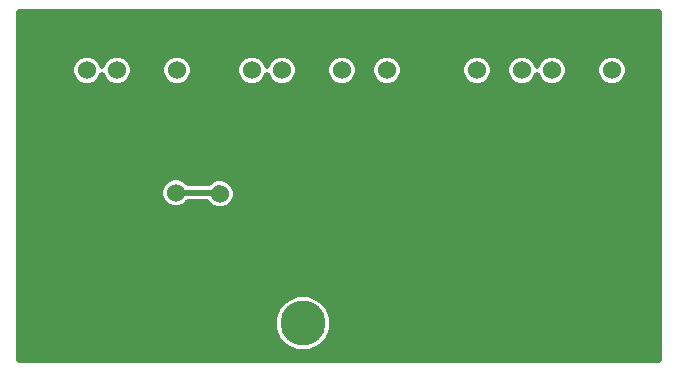
<source format=gbr>
G04 #@! TF.GenerationSoftware,KiCad,Pcbnew,(5.0.0-rc2-dev-586-g888c43477)*
G04 #@! TF.CreationDate,2018-06-04T00:56:57-03:00*
G04 #@! TF.ProjectId,Signal,5369676E616C2E6B696361645F706362,rev?*
G04 #@! TF.SameCoordinates,Original*
G04 #@! TF.FileFunction,Copper,L1,Top,Signal*
G04 #@! TF.FilePolarity,Positive*
%FSLAX46Y46*%
G04 Gerber Fmt 4.6, Leading zero omitted, Abs format (unit mm)*
G04 Created by KiCad (PCBNEW (5.0.0-rc2-dev-586-g888c43477)) date 06/04/18 00:56:57*
%MOMM*%
%LPD*%
G01*
G04 APERTURE LIST*
%ADD10C,3.800000*%
%ADD11C,1.524000*%
%ADD12C,0.508000*%
G04 APERTURE END LIST*
D10*
X48006000Y-40482000D03*
D11*
X71628000Y-19050000D03*
X69088000Y-19050000D03*
X66548000Y-19050000D03*
X62738000Y-19050000D03*
X60198000Y-19050000D03*
X57658000Y-19050000D03*
X55118000Y-19050000D03*
X51308000Y-19050000D03*
X48768000Y-19050000D03*
X46228000Y-19050000D03*
X43688000Y-19050000D03*
X41148000Y-19050000D03*
X37338000Y-19050000D03*
X34798000Y-19050000D03*
X32258000Y-19050000D03*
X29718000Y-19050000D03*
X74168000Y-19050000D03*
X69088026Y-42672000D03*
X69088000Y-39116000D03*
X60070810Y-30750000D03*
X37250000Y-31500002D03*
X41000000Y-31500000D03*
X60000000Y-35250000D03*
X37250000Y-29421187D03*
X41000000Y-29500000D03*
X73660000Y-25400000D03*
X73660000Y-22621200D03*
D12*
X69088026Y-42672000D02*
X69088026Y-39116026D01*
X69088026Y-39116026D02*
X69088000Y-39116000D01*
X59944000Y-30876810D02*
X60070810Y-30750000D01*
X37254002Y-31496000D02*
X37250000Y-31500002D01*
X37250000Y-31500002D02*
X40999998Y-31500002D01*
X40999998Y-31500002D02*
X41000000Y-31500000D01*
X60070810Y-35179190D02*
X60000000Y-35250000D01*
X60070810Y-30750000D02*
X60070810Y-35179190D01*
X37292813Y-29464000D02*
X37250000Y-29421187D01*
X37250000Y-29421187D02*
X40399613Y-29421187D01*
X40399613Y-29421187D02*
X40820800Y-29000000D01*
X37632640Y-19344640D02*
X37338000Y-19050000D01*
X73660000Y-25400000D02*
X73660000Y-22621200D01*
G36*
X78131200Y-43587200D02*
X23976800Y-43587200D01*
X23976800Y-39992914D01*
X45547200Y-39992914D01*
X45547200Y-40971086D01*
X45921530Y-41874798D01*
X46613202Y-42566470D01*
X47516914Y-42940800D01*
X48495086Y-42940800D01*
X49398798Y-42566470D01*
X50090470Y-41874798D01*
X50464800Y-40971086D01*
X50464800Y-39992914D01*
X50090470Y-39089202D01*
X49398798Y-38397530D01*
X48495086Y-38023200D01*
X47516914Y-38023200D01*
X46613202Y-38397530D01*
X45921530Y-39089202D01*
X45547200Y-39992914D01*
X23976800Y-39992914D01*
X23976800Y-29158464D01*
X35929200Y-29158464D01*
X35929200Y-29683910D01*
X36130280Y-30169360D01*
X36501827Y-30540907D01*
X36987277Y-30741987D01*
X37512723Y-30741987D01*
X37998173Y-30540907D01*
X38305093Y-30233987D01*
X39874404Y-30233987D01*
X39880280Y-30248173D01*
X40251827Y-30619720D01*
X40737277Y-30820800D01*
X41262723Y-30820800D01*
X41748173Y-30619720D01*
X42119720Y-30248173D01*
X42320800Y-29762723D01*
X42320800Y-29237277D01*
X42119720Y-28751827D01*
X41748173Y-28380280D01*
X41262723Y-28179200D01*
X40860630Y-28179200D01*
X40820799Y-28171277D01*
X40780968Y-28179200D01*
X40737277Y-28179200D01*
X40696912Y-28195920D01*
X40503661Y-28234360D01*
X40339834Y-28343826D01*
X40251827Y-28380280D01*
X40023720Y-28608387D01*
X38305093Y-28608387D01*
X37998173Y-28301467D01*
X37512723Y-28100387D01*
X36987277Y-28100387D01*
X36501827Y-28301467D01*
X36130280Y-28673014D01*
X35929200Y-29158464D01*
X23976800Y-29158464D01*
X23976800Y-18787277D01*
X28397200Y-18787277D01*
X28397200Y-19312723D01*
X28598280Y-19798173D01*
X28969827Y-20169720D01*
X29455277Y-20370800D01*
X29980723Y-20370800D01*
X30466173Y-20169720D01*
X30837720Y-19798173D01*
X30988000Y-19435365D01*
X31138280Y-19798173D01*
X31509827Y-20169720D01*
X31995277Y-20370800D01*
X32520723Y-20370800D01*
X33006173Y-20169720D01*
X33377720Y-19798173D01*
X33578800Y-19312723D01*
X33578800Y-18787277D01*
X36017200Y-18787277D01*
X36017200Y-19312723D01*
X36218280Y-19798173D01*
X36589827Y-20169720D01*
X37075277Y-20370800D01*
X37600723Y-20370800D01*
X38086173Y-20169720D01*
X38457720Y-19798173D01*
X38658800Y-19312723D01*
X38658800Y-18787277D01*
X42367200Y-18787277D01*
X42367200Y-19312723D01*
X42568280Y-19798173D01*
X42939827Y-20169720D01*
X43425277Y-20370800D01*
X43950723Y-20370800D01*
X44436173Y-20169720D01*
X44807720Y-19798173D01*
X44958000Y-19435365D01*
X45108280Y-19798173D01*
X45479827Y-20169720D01*
X45965277Y-20370800D01*
X46490723Y-20370800D01*
X46976173Y-20169720D01*
X47347720Y-19798173D01*
X47548800Y-19312723D01*
X47548800Y-18787277D01*
X49987200Y-18787277D01*
X49987200Y-19312723D01*
X50188280Y-19798173D01*
X50559827Y-20169720D01*
X51045277Y-20370800D01*
X51570723Y-20370800D01*
X52056173Y-20169720D01*
X52427720Y-19798173D01*
X52628800Y-19312723D01*
X52628800Y-18787277D01*
X53797200Y-18787277D01*
X53797200Y-19312723D01*
X53998280Y-19798173D01*
X54369827Y-20169720D01*
X54855277Y-20370800D01*
X55380723Y-20370800D01*
X55866173Y-20169720D01*
X56237720Y-19798173D01*
X56438800Y-19312723D01*
X56438800Y-18787277D01*
X61417200Y-18787277D01*
X61417200Y-19312723D01*
X61618280Y-19798173D01*
X61989827Y-20169720D01*
X62475277Y-20370800D01*
X63000723Y-20370800D01*
X63486173Y-20169720D01*
X63857720Y-19798173D01*
X64058800Y-19312723D01*
X64058800Y-18787277D01*
X65227200Y-18787277D01*
X65227200Y-19312723D01*
X65428280Y-19798173D01*
X65799827Y-20169720D01*
X66285277Y-20370800D01*
X66810723Y-20370800D01*
X67296173Y-20169720D01*
X67667720Y-19798173D01*
X67818000Y-19435365D01*
X67968280Y-19798173D01*
X68339827Y-20169720D01*
X68825277Y-20370800D01*
X69350723Y-20370800D01*
X69836173Y-20169720D01*
X70207720Y-19798173D01*
X70408800Y-19312723D01*
X70408800Y-18787277D01*
X72847200Y-18787277D01*
X72847200Y-19312723D01*
X73048280Y-19798173D01*
X73419827Y-20169720D01*
X73905277Y-20370800D01*
X74430723Y-20370800D01*
X74916173Y-20169720D01*
X75287720Y-19798173D01*
X75488800Y-19312723D01*
X75488800Y-18787277D01*
X75287720Y-18301827D01*
X74916173Y-17930280D01*
X74430723Y-17729200D01*
X73905277Y-17729200D01*
X73419827Y-17930280D01*
X73048280Y-18301827D01*
X72847200Y-18787277D01*
X70408800Y-18787277D01*
X70207720Y-18301827D01*
X69836173Y-17930280D01*
X69350723Y-17729200D01*
X68825277Y-17729200D01*
X68339827Y-17930280D01*
X67968280Y-18301827D01*
X67818000Y-18664635D01*
X67667720Y-18301827D01*
X67296173Y-17930280D01*
X66810723Y-17729200D01*
X66285277Y-17729200D01*
X65799827Y-17930280D01*
X65428280Y-18301827D01*
X65227200Y-18787277D01*
X64058800Y-18787277D01*
X63857720Y-18301827D01*
X63486173Y-17930280D01*
X63000723Y-17729200D01*
X62475277Y-17729200D01*
X61989827Y-17930280D01*
X61618280Y-18301827D01*
X61417200Y-18787277D01*
X56438800Y-18787277D01*
X56237720Y-18301827D01*
X55866173Y-17930280D01*
X55380723Y-17729200D01*
X54855277Y-17729200D01*
X54369827Y-17930280D01*
X53998280Y-18301827D01*
X53797200Y-18787277D01*
X52628800Y-18787277D01*
X52427720Y-18301827D01*
X52056173Y-17930280D01*
X51570723Y-17729200D01*
X51045277Y-17729200D01*
X50559827Y-17930280D01*
X50188280Y-18301827D01*
X49987200Y-18787277D01*
X47548800Y-18787277D01*
X47347720Y-18301827D01*
X46976173Y-17930280D01*
X46490723Y-17729200D01*
X45965277Y-17729200D01*
X45479827Y-17930280D01*
X45108280Y-18301827D01*
X44958000Y-18664635D01*
X44807720Y-18301827D01*
X44436173Y-17930280D01*
X43950723Y-17729200D01*
X43425277Y-17729200D01*
X42939827Y-17930280D01*
X42568280Y-18301827D01*
X42367200Y-18787277D01*
X38658800Y-18787277D01*
X38457720Y-18301827D01*
X38086173Y-17930280D01*
X37600723Y-17729200D01*
X37075277Y-17729200D01*
X36589827Y-17930280D01*
X36218280Y-18301827D01*
X36017200Y-18787277D01*
X33578800Y-18787277D01*
X33377720Y-18301827D01*
X33006173Y-17930280D01*
X32520723Y-17729200D01*
X31995277Y-17729200D01*
X31509827Y-17930280D01*
X31138280Y-18301827D01*
X30988000Y-18664635D01*
X30837720Y-18301827D01*
X30466173Y-17930280D01*
X29980723Y-17729200D01*
X29455277Y-17729200D01*
X28969827Y-17930280D01*
X28598280Y-18301827D01*
X28397200Y-18787277D01*
X23976800Y-18787277D01*
X23976800Y-14070800D01*
X78131201Y-14070800D01*
X78131200Y-43587200D01*
X78131200Y-43587200D01*
G37*
X78131200Y-43587200D02*
X23976800Y-43587200D01*
X23976800Y-39992914D01*
X45547200Y-39992914D01*
X45547200Y-40971086D01*
X45921530Y-41874798D01*
X46613202Y-42566470D01*
X47516914Y-42940800D01*
X48495086Y-42940800D01*
X49398798Y-42566470D01*
X50090470Y-41874798D01*
X50464800Y-40971086D01*
X50464800Y-39992914D01*
X50090470Y-39089202D01*
X49398798Y-38397530D01*
X48495086Y-38023200D01*
X47516914Y-38023200D01*
X46613202Y-38397530D01*
X45921530Y-39089202D01*
X45547200Y-39992914D01*
X23976800Y-39992914D01*
X23976800Y-29158464D01*
X35929200Y-29158464D01*
X35929200Y-29683910D01*
X36130280Y-30169360D01*
X36501827Y-30540907D01*
X36987277Y-30741987D01*
X37512723Y-30741987D01*
X37998173Y-30540907D01*
X38305093Y-30233987D01*
X39874404Y-30233987D01*
X39880280Y-30248173D01*
X40251827Y-30619720D01*
X40737277Y-30820800D01*
X41262723Y-30820800D01*
X41748173Y-30619720D01*
X42119720Y-30248173D01*
X42320800Y-29762723D01*
X42320800Y-29237277D01*
X42119720Y-28751827D01*
X41748173Y-28380280D01*
X41262723Y-28179200D01*
X40860630Y-28179200D01*
X40820799Y-28171277D01*
X40780968Y-28179200D01*
X40737277Y-28179200D01*
X40696912Y-28195920D01*
X40503661Y-28234360D01*
X40339834Y-28343826D01*
X40251827Y-28380280D01*
X40023720Y-28608387D01*
X38305093Y-28608387D01*
X37998173Y-28301467D01*
X37512723Y-28100387D01*
X36987277Y-28100387D01*
X36501827Y-28301467D01*
X36130280Y-28673014D01*
X35929200Y-29158464D01*
X23976800Y-29158464D01*
X23976800Y-18787277D01*
X28397200Y-18787277D01*
X28397200Y-19312723D01*
X28598280Y-19798173D01*
X28969827Y-20169720D01*
X29455277Y-20370800D01*
X29980723Y-20370800D01*
X30466173Y-20169720D01*
X30837720Y-19798173D01*
X30988000Y-19435365D01*
X31138280Y-19798173D01*
X31509827Y-20169720D01*
X31995277Y-20370800D01*
X32520723Y-20370800D01*
X33006173Y-20169720D01*
X33377720Y-19798173D01*
X33578800Y-19312723D01*
X33578800Y-18787277D01*
X36017200Y-18787277D01*
X36017200Y-19312723D01*
X36218280Y-19798173D01*
X36589827Y-20169720D01*
X37075277Y-20370800D01*
X37600723Y-20370800D01*
X38086173Y-20169720D01*
X38457720Y-19798173D01*
X38658800Y-19312723D01*
X38658800Y-18787277D01*
X42367200Y-18787277D01*
X42367200Y-19312723D01*
X42568280Y-19798173D01*
X42939827Y-20169720D01*
X43425277Y-20370800D01*
X43950723Y-20370800D01*
X44436173Y-20169720D01*
X44807720Y-19798173D01*
X44958000Y-19435365D01*
X45108280Y-19798173D01*
X45479827Y-20169720D01*
X45965277Y-20370800D01*
X46490723Y-20370800D01*
X46976173Y-20169720D01*
X47347720Y-19798173D01*
X47548800Y-19312723D01*
X47548800Y-18787277D01*
X49987200Y-18787277D01*
X49987200Y-19312723D01*
X50188280Y-19798173D01*
X50559827Y-20169720D01*
X51045277Y-20370800D01*
X51570723Y-20370800D01*
X52056173Y-20169720D01*
X52427720Y-19798173D01*
X52628800Y-19312723D01*
X52628800Y-18787277D01*
X53797200Y-18787277D01*
X53797200Y-19312723D01*
X53998280Y-19798173D01*
X54369827Y-20169720D01*
X54855277Y-20370800D01*
X55380723Y-20370800D01*
X55866173Y-20169720D01*
X56237720Y-19798173D01*
X56438800Y-19312723D01*
X56438800Y-18787277D01*
X61417200Y-18787277D01*
X61417200Y-19312723D01*
X61618280Y-19798173D01*
X61989827Y-20169720D01*
X62475277Y-20370800D01*
X63000723Y-20370800D01*
X63486173Y-20169720D01*
X63857720Y-19798173D01*
X64058800Y-19312723D01*
X64058800Y-18787277D01*
X65227200Y-18787277D01*
X65227200Y-19312723D01*
X65428280Y-19798173D01*
X65799827Y-20169720D01*
X66285277Y-20370800D01*
X66810723Y-20370800D01*
X67296173Y-20169720D01*
X67667720Y-19798173D01*
X67818000Y-19435365D01*
X67968280Y-19798173D01*
X68339827Y-20169720D01*
X68825277Y-20370800D01*
X69350723Y-20370800D01*
X69836173Y-20169720D01*
X70207720Y-19798173D01*
X70408800Y-19312723D01*
X70408800Y-18787277D01*
X72847200Y-18787277D01*
X72847200Y-19312723D01*
X73048280Y-19798173D01*
X73419827Y-20169720D01*
X73905277Y-20370800D01*
X74430723Y-20370800D01*
X74916173Y-20169720D01*
X75287720Y-19798173D01*
X75488800Y-19312723D01*
X75488800Y-18787277D01*
X75287720Y-18301827D01*
X74916173Y-17930280D01*
X74430723Y-17729200D01*
X73905277Y-17729200D01*
X73419827Y-17930280D01*
X73048280Y-18301827D01*
X72847200Y-18787277D01*
X70408800Y-18787277D01*
X70207720Y-18301827D01*
X69836173Y-17930280D01*
X69350723Y-17729200D01*
X68825277Y-17729200D01*
X68339827Y-17930280D01*
X67968280Y-18301827D01*
X67818000Y-18664635D01*
X67667720Y-18301827D01*
X67296173Y-17930280D01*
X66810723Y-17729200D01*
X66285277Y-17729200D01*
X65799827Y-17930280D01*
X65428280Y-18301827D01*
X65227200Y-18787277D01*
X64058800Y-18787277D01*
X63857720Y-18301827D01*
X63486173Y-17930280D01*
X63000723Y-17729200D01*
X62475277Y-17729200D01*
X61989827Y-17930280D01*
X61618280Y-18301827D01*
X61417200Y-18787277D01*
X56438800Y-18787277D01*
X56237720Y-18301827D01*
X55866173Y-17930280D01*
X55380723Y-17729200D01*
X54855277Y-17729200D01*
X54369827Y-17930280D01*
X53998280Y-18301827D01*
X53797200Y-18787277D01*
X52628800Y-18787277D01*
X52427720Y-18301827D01*
X52056173Y-17930280D01*
X51570723Y-17729200D01*
X51045277Y-17729200D01*
X50559827Y-17930280D01*
X50188280Y-18301827D01*
X49987200Y-18787277D01*
X47548800Y-18787277D01*
X47347720Y-18301827D01*
X46976173Y-17930280D01*
X46490723Y-17729200D01*
X45965277Y-17729200D01*
X45479827Y-17930280D01*
X45108280Y-18301827D01*
X44958000Y-18664635D01*
X44807720Y-18301827D01*
X44436173Y-17930280D01*
X43950723Y-17729200D01*
X43425277Y-17729200D01*
X42939827Y-17930280D01*
X42568280Y-18301827D01*
X42367200Y-18787277D01*
X38658800Y-18787277D01*
X38457720Y-18301827D01*
X38086173Y-17930280D01*
X37600723Y-17729200D01*
X37075277Y-17729200D01*
X36589827Y-17930280D01*
X36218280Y-18301827D01*
X36017200Y-18787277D01*
X33578800Y-18787277D01*
X33377720Y-18301827D01*
X33006173Y-17930280D01*
X32520723Y-17729200D01*
X31995277Y-17729200D01*
X31509827Y-17930280D01*
X31138280Y-18301827D01*
X30988000Y-18664635D01*
X30837720Y-18301827D01*
X30466173Y-17930280D01*
X29980723Y-17729200D01*
X29455277Y-17729200D01*
X28969827Y-17930280D01*
X28598280Y-18301827D01*
X28397200Y-18787277D01*
X23976800Y-18787277D01*
X23976800Y-14070800D01*
X78131201Y-14070800D01*
X78131200Y-43587200D01*
M02*

</source>
